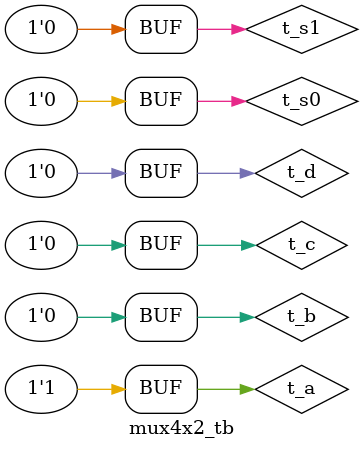
<source format=v>
module mux4x2_tb;
wire t_out,t_out1;
reg t_a, t_b, t_c, t_d, t_s1, t_s0;
mux4x2 my_4x2_mux( .i0(t_a), .i1(t_b), .i2(t_c), .i3(t_d), .s1(t_s1), .s0(t_s0), .out(t_out),.out1(t_out1));
initial
begin
// 1
t_a = 1'b1;
t_b = 1'b0;
t_c = 1'b1;
t_d = 1'b1;
t_s0 = 1'b0;
t_s1 = 1'b1;
#5 //2
t_a = 1'b0;
t_b = 1'b1;
t_c = 1'b0;
t_d = 1'b0;
t_s0 = 1'b0;
t_s1 = 1'b1;
#5 //3
t_a = 1'b0;
t_b = 1'b0;
t_c = 1'b1;
t_d = 1'b0;
t_s0 = 1'b1;
t_s1 = 1'b0;
#5 //4
t_a = 1'b0;
t_b = 1'b0;
t_c = 1'b0;
t_d = 1'b1;
t_s0 = 1'b1;
t_s1 = 1'b1;
#5 //5
t_a = 1'b1;
t_b = 1'b0;
t_c = 1'b0;
t_d = 1'b0;
t_s0 = 1'b0;
t_s1 = 1'b0;
end
endmodule

</source>
